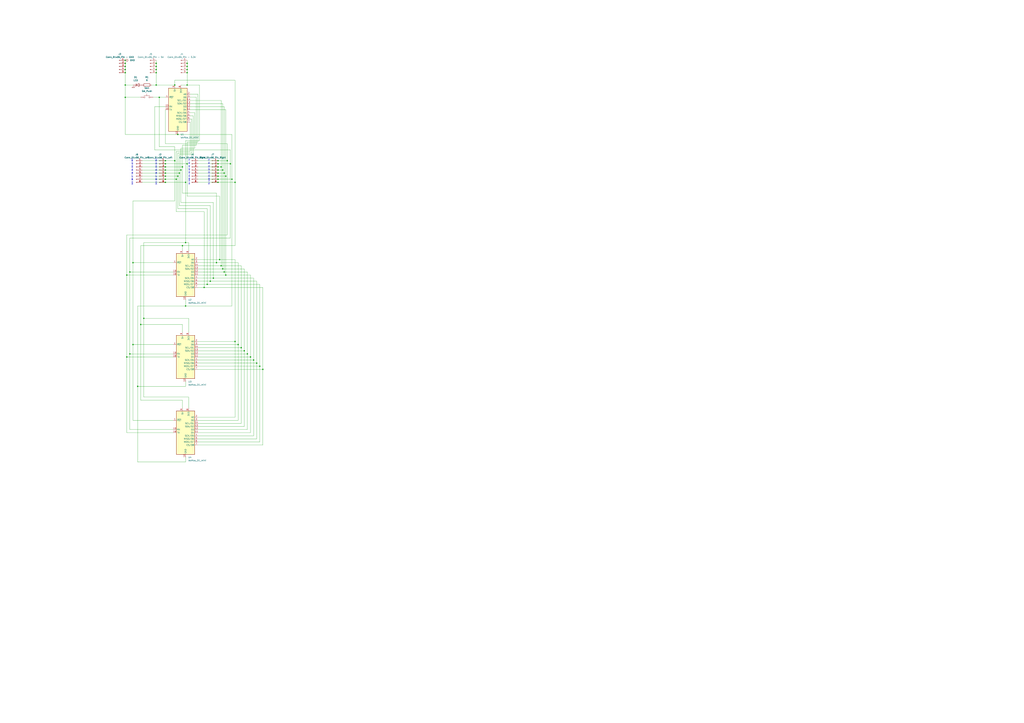
<source format=kicad_sch>
(kicad_sch (version 20231120) (generator "eeschema") (generator_version "8.0")
  (paper "A1")
  (lib_symbols
    (symbol "Connector:Conn_01x05_Pin" (pin_names (offset 1.016) hide)
      (property "Reference" "J" (at 0 7.62 0))
      (property "Value" "Conn_01x05_Pin" (at 0 -7.62 0))
      (symbol "Conn_01x05_Pin_1_1"
        (polyline (pts (xy 1.27 -5.08) (xy 0.8636 -5.08)) (stroke (width 0.1524)))
        (polyline (pts (xy 1.27 -2.54) (xy 0.8636 -2.54)) (stroke (width 0.1524)))
        (polyline (pts (xy 1.27 0) (xy 0.8636 0)) (stroke (width 0.1524)))
        (polyline (pts (xy 1.27 2.54) (xy 0.8636 2.54)) (stroke (width 0.1524)))
        (polyline (pts (xy 1.27 5.08) (xy 0.8636 5.08)) (stroke (width 0.1524)))
        (rectangle (start 0.8636 -4.953) (end 0 -5.207) (stroke (width 0.1524)) (fill (type outline)))
        (rectangle (start 0.8636 -2.413) (end 0 -2.667) (stroke (width 0.1524)) (fill (type outline)))
        (rectangle (start 0.8636 0.127) (end 0 -0.127) (stroke (width 0.1524)) (fill (type outline)))
        (rectangle (start 0.8636 2.667) (end 0 2.413) (stroke (width 0.1524)) (fill (type outline)))
        (rectangle (start 0.8636 5.207) (end 0 4.953) (stroke (width 0.1524)) (fill (type outline)))
        (pin passive line (at 5.08 5.08 180) (length 3.81) (name "Pin_1") (number "1"))
        (pin passive line (at 5.08 2.54 180) (length 3.81) (name "Pin_2") (number "2"))
        (pin passive line (at 5.08 0 180) (length 3.81) (name "Pin_3") (number "3"))
        (pin passive line (at 5.08 -2.54 180) (length 3.81) (name "Pin_4") (number "4"))
        (pin passive line (at 5.08 -5.08 180) (length 3.81) (name "Pin_5") (number "5"))
      )
    )
    (symbol "Connector:Conn_01x08_Pin" (pin_names (offset 1.016) hide)
      (property "Reference" "J" (at 0 10.16 0))
      (property "Value" "Conn_01x08_Pin" (at 0 -12.7 0))
      (symbol "Conn_01x08_Pin_1_1"
        (polyline (pts (xy 1.27 -10.16) (xy 0.8636 -10.16)) (stroke (width 0.1524)))
        (polyline (pts (xy 1.27 -7.62) (xy 0.8636 -7.62)) (stroke (width 0.1524)))
        (polyline (pts (xy 1.27 -5.08) (xy 0.8636 -5.08)) (stroke (width 0.1524)))
        (polyline (pts (xy 1.27 -2.54) (xy 0.8636 -2.54)) (stroke (width 0.1524)))
        (polyline (pts (xy 1.27 0) (xy 0.8636 0)) (stroke (width 0.1524)))
        (polyline (pts (xy 1.27 2.54) (xy 0.8636 2.54)) (stroke (width 0.1524)))
        (polyline (pts (xy 1.27 5.08) (xy 0.8636 5.08)) (stroke (width 0.1524)))
        (polyline (pts (xy 1.27 7.62) (xy 0.8636 7.62)) (stroke (width 0.1524)))
        (rectangle (start 0.8636 -10.033) (end 0 -10.287) (stroke (width 0.1524)) (fill (type outline)))
        (rectangle (start 0.8636 -7.493) (end 0 -7.747) (stroke (width 0.1524)) (fill (type outline)))
        (rectangle (start 0.8636 -4.953) (end 0 -5.207) (stroke (width 0.1524)) (fill (type outline)))
        (rectangle (start 0.8636 -2.413) (end 0 -2.667) (stroke (width 0.1524)) (fill (type outline)))
        (rectangle (start 0.8636 0.127) (end 0 -0.127) (stroke (width 0.1524)) (fill (type outline)))
        (rectangle (start 0.8636 2.667) (end 0 2.413) (stroke (width 0.1524)) (fill (type outline)))
        (rectangle (start 0.8636 5.207) (end 0 4.953) (stroke (width 0.1524)) (fill (type outline)))
        (rectangle (start 0.8636 7.747) (end 0 7.493) (stroke (width 0.1524)) (fill (type outline)))
        (pin passive line (at 5.08 7.62 180) (length 3.81) (name "Pin_1") (number "1"))
        (pin passive line (at 5.08 5.08 180) (length 3.81) (name "Pin_2") (number "2"))
        (pin passive line (at 5.08 2.54 180) (length 3.81) (name "Pin_3") (number "3"))
        (pin passive line (at 5.08 0 180) (length 3.81) (name "Pin_4") (number "4"))
        (pin passive line (at 5.08 -2.54 180) (length 3.81) (name "Pin_5") (number "5"))
        (pin passive line (at 5.08 -5.08 180) (length 3.81) (name "Pin_6") (number "6"))
        (pin passive line (at 5.08 -7.62 180) (length 3.81) (name "Pin_7") (number "7"))
        (pin passive line (at 5.08 -10.16 180) (length 3.81) (name "Pin_8") (number "8"))
      )
    )
    (symbol "Device:LED" (pin_numbers hide) (pin_names (offset 1.016) hide)
      (property "Reference" "D" (at 0 2.54 0))
      (property "Value" "LED" (at 0 -2.54 0))
      (symbol "LED_0_1"
        (polyline (pts (xy -1.27 -1.27) (xy -1.27 1.27)) (stroke (width 0.254)))
        (polyline (pts (xy -1.27 0) (xy 1.27 0)))
        (polyline (pts (xy 1.27 -1.27) (xy 1.27 1.27) (xy -1.27 0) (xy 1.27 -1.27)) (stroke (width 0.254)))
        (polyline (pts (xy -3.048 -0.762) (xy -4.572 -2.286) (xy -3.81 -2.286) (xy -4.572 -2.286) (xy -4.572 -1.524)))
        (polyline (pts (xy -1.778 -0.762) (xy -3.302 -2.286) (xy -2.54 -2.286) (xy -3.302 -2.286) (xy -3.302 -1.524)))
      )
      (symbol "LED_1_1"
        (pin passive line (at -3.81 0 0) (length 2.54) (name "K") (number "1"))
        (pin passive line (at 3.81 0 180) (length 2.54) (name "A") (number "2"))
      )
    )
    (symbol "Device:R" (pin_numbers hide) (pin_names (offset 0))
      (property "Reference" "R" (at 2.032 0 90))
      (property "Value" "R" (at 0 0 90))
      (symbol "R_0_1"
        (rectangle (start -1.016 -2.54) (end 1.016 2.54) (stroke (width 0.254)))
      )
      (symbol "R_1_1"
        (pin passive line (at 0 3.81 270) (length 1.27) (name "~") (number "1"))
        (pin passive line (at 0 -3.81 90) (length 1.27) (name "~") (number "2"))
      )
    )
    (symbol "MCU_Module:WeMos_D1_mini"
      (property "Reference" "U" (at 3.81 19.05 0))
      (property "Value" "WeMos_D1_mini" (at 1.27 -19.05 0))
      (symbol "WeMos_D1_mini_1_1"
        (rectangle (start -7.62 17.78) (end 7.62 -17.78) (stroke (width 0.254)) (fill (type background)))
        (pin input line (at -10.16 10.16 0) (length 2.54) (name "~{RST}") (number "1"))
        (pin power_in line (at 0 -20.32 90) (length 2.54) (name "GND") (number "10"))
        (pin bidirectional line (at 10.16 0 180) (length 2.54) (name "D4") (number "11"))
        (pin bidirectional line (at 10.16 2.54 180) (length 2.54) (name "D3") (number "12"))
        (pin bidirectional line (at 10.16 5.08 180) (length 2.54) (name "SDA/D2") (number "13"))
        (pin bidirectional line (at 10.16 7.62 180) (length 2.54) (name "SCL/D1") (number "14"))
        (pin input line (at -10.16 2.54 0) (length 2.54) (name "RX") (number "15"))
        (pin output line (at -10.16 0 0) (length 2.54) (name "TX") (number "16"))
        (pin input line (at 10.16 12.7 180) (length 2.54) (name "A0") (number "2"))
        (pin bidirectional line (at 10.16 10.16 180) (length 2.54) (name "D0") (number "3"))
        (pin bidirectional line (at 10.16 -2.54 180) (length 2.54) (name "SCK/D5") (number "4"))
        (pin bidirectional line (at 10.16 -5.08 180) (length 2.54) (name "MISO/D6") (number "5"))
        (pin bidirectional line (at 10.16 -7.62 180) (length 2.54) (name "MOSI/D7") (number "6"))
        (pin bidirectional line (at 10.16 -10.16 180) (length 2.54) (name "CS/D8") (number "7"))
        (pin power_out line (at 2.54 20.32 270) (length 2.54) (name "3V3") (number "8"))
        (pin power_in line (at -2.54 20.32 270) (length 2.54) (name "5V") (number "9"))
      )
    )
    (symbol "Switch:SW_Push" (pin_numbers hide) (pin_names (offset 1.016) hide)
      (property "Reference" "SW" (at 1.27 2.54 0))
      (property "Value" "SW_Push" (at 0 -1.524 0))
      (symbol "SW_Push_0_1"
        (circle (center -2.032 0) (radius 0.508))
        (polyline (pts (xy 0 1.27) (xy 0 3.048)))
        (polyline (pts (xy 2.54 1.27) (xy -2.54 1.27)))
        (circle (center 2.032 0) (radius 0.508))
        (pin passive line (at -5.08 0 0) (length 2.54) (name "1") (number "1"))
        (pin passive line (at 5.08 0 180) (length 2.54) (name "2") (number "2"))
      )
    )
    (symbol "power:GND" (power) (pin_numbers hide) (pin_names (offset 0) hide)
      (property "Value" "GND" (at 0 -3.81 0))
      (symbol "GND_0_1"
        (polyline (pts (xy 0 0) (xy 0 -1.27) (xy 1.27 -1.27) (xy 0 -2.54) (xy -1.27 -1.27) (xy 0 -1.27)))
      )
      (symbol "GND_1_1"
        (pin power_in line (at 0 0 270) (length 0) (name "~") (number "1"))
      )
    )
  )
  (junction (at 152.4 149.86))
  (junction (at 179.07 149.86))
  (junction (at 185.42 226.06))
  (junction (at 135.89 139.7))
  (junction (at 102.87 49.53))
  (junction (at 203.2 290.83))
  (junction (at 181.61 137.16))
  (junction (at 104.14 226.06))
  (junction (at 179.07 142.24))
  (junction (at 167.64 236.22))
  (junction (at 181.61 218.44))
  (junction (at 210.82 298.45))
  (junction (at 215.9 303.53))
  (junction (at 179.07 139.7))
  (junction (at 179.07 144.78))
  (junction (at 185.42 144.78))
  (junction (at 153.67 59.69))
  (junction (at 102.87 59.69))
  (junction (at 149.86 201.93))
  (junction (at 146.05 144.78))
  (junction (at 106.68 290.83))
  (junction (at 135.89 149.86))
  (junction (at 118.11 261.62))
  (junction (at 102.87 57.15))
  (junction (at 198.12 285.75))
  (junction (at 190.5 147.32))
  (junction (at 109.22 215.9))
  (junction (at 152.4 251.46))
  (junction (at 135.89 134.62))
  (junction (at 149.86 137.16))
  (junction (at 135.89 147.32))
  (junction (at 205.74 293.37))
  (junction (at 213.36 300.99))
  (junction (at 143.51 132.08))
  (junction (at 153.67 134.62))
  (junction (at 193.04 149.86))
  (junction (at 104.14 293.37))
  (junction (at 177.8 215.9))
  (junction (at 148.59 139.7))
  (junction (at 170.18 233.68))
  (junction (at 186.69 132.08))
  (junction (at 106.68 223.52))
  (junction (at 128.27 59.69))
  (junction (at 113.03 317.5))
  (junction (at 152.4 199.39))
  (junction (at 135.89 144.78))
  (junction (at 102.87 80.01))
  (junction (at 172.72 231.14))
  (junction (at 144.78 147.32))
  (junction (at 135.89 142.24))
  (junction (at 135.89 132.08))
  (junction (at 130.81 80.01))
  (junction (at 147.32 142.24))
  (junction (at 180.34 213.36))
  (junction (at 195.58 283.21))
  (junction (at 109.22 283.21))
  (junction (at 208.28 295.91))
  (junction (at 153.67 69.85))
  (junction (at 182.88 220.98))
  (junction (at 179.07 137.16))
  (junction (at 189.23 134.62))
  (junction (at 128.27 54.61))
  (junction (at 128.27 69.85))
  (junction (at 115.57 266.7))
  (junction (at 153.67 54.61))
  (junction (at 102.87 52.07))
  (junction (at 184.15 223.52))
  (junction (at 102.87 54.61))
  (junction (at 184.15 142.24))
  (junction (at 143.51 69.85))
  (junction (at 193.04 280.67))
  (junction (at 153.67 57.15))
  (junction (at 179.07 134.62))
  (junction (at 175.26 228.6))
  (junction (at 146.05 110.49))
  (junction (at 153.67 52.07))
  (junction (at 128.27 52.07))
  (junction (at 179.07 147.32))
  (junction (at 182.88 139.7))
  (junction (at 102.87 69.85))
  (junction (at 179.07 132.08))
  (junction (at 200.66 288.29))
  (junction (at 128.27 57.15))
  (junction (at 135.89 137.16))
  (wire (pts (xy 142.24 353.06) (xy 106.68 353.06)))
  (wire (pts (xy 153.67 161.29) (xy 153.67 134.62)))
  (wire (pts (xy 130.81 120.65) (xy 143.51 120.65)))
  (wire (pts (xy 153.67 69.85) (xy 148.59 69.85)))
  (wire (pts (xy 184.15 87.63) (xy 184.15 142.24)))
  (wire (pts (xy 106.68 223.52) (xy 142.24 223.52)))
  (wire (pts (xy 102.87 110.49) (xy 102.87 80.01)))
  (wire (pts (xy 158.75 127) (xy 147.32 127)))
  (wire (pts (xy 152.4 199.39) (xy 118.11 199.39)))
  (wire (pts (xy 127 123.19) (xy 189.23 123.19)))
  (wire (pts (xy 162.56 298.45) (xy 210.82 298.45)))
  (wire (pts (xy 172.72 231.14) (xy 172.72 168.91)))
  (wire (pts (xy 153.67 116.84) (xy 153.67 134.62)))
  (wire (pts (xy 162.56 149.86) (xy 179.07 149.86)))
  (wire (pts (xy 102.87 49.53) (xy 102.87 52.07)))
  (wire (pts (xy 181.61 82.55) (xy 181.61 137.16)))
  (wire (pts (xy 113.03 317.5) (xy 152.4 317.5)))
  (wire (pts (xy 115.57 266.7) (xy 149.86 266.7)))
  (wire (pts (xy 148.59 139.7) (xy 148.59 166.37)))
  (wire (pts (xy 157.48 125.73) (xy 146.05 125.73)))
  (wire (pts (xy 148.59 121.92) (xy 148.59 139.7)))
  (wire (pts (xy 106.68 353.06) (xy 106.68 290.83)))
  (wire (pts (xy 213.36 363.22) (xy 162.56 363.22)))
  (wire (pts (xy 116.84 147.32) (xy 135.89 147.32)))
  (wire (pts (xy 143.51 120.65) (xy 143.51 132.08)))
  (wire (pts (xy 193.04 66.04) (xy 193.04 149.86)))
  (wire (pts (xy 205.74 226.06) (xy 205.74 293.37)))
  (wire (pts (xy 181.61 137.16) (xy 179.07 137.16)))
  (wire (pts (xy 177.8 215.9) (xy 195.58 215.9)))
  (wire (pts (xy 156.21 92.71) (xy 160.02 92.71)))
  (wire (pts (xy 109.22 165.1) (xy 109.22 215.9)))
  (wire (pts (xy 184.15 223.52) (xy 203.2 223.52)))
  (wire (pts (xy 149.86 137.16) (xy 135.89 137.16)))
  (wire (pts (xy 198.12 285.75) (xy 198.12 347.98)))
  (wire (pts (xy 148.59 139.7) (xy 135.89 139.7)))
  (wire (pts (xy 190.5 147.32) (xy 190.5 251.46)))
  (wire (pts (xy 190.5 110.49) (xy 190.5 147.32)))
  (wire (pts (xy 213.36 233.68) (xy 213.36 300.99)))
  (wire (pts (xy 210.82 298.45) (xy 210.82 231.14)))
  (wire (pts (xy 156.21 87.63) (xy 184.15 87.63)))
  (wire (pts (xy 152.4 115.57) (xy 152.4 149.86)))
  (wire (pts (xy 177.8 158.75) (xy 149.86 158.75)))
  (wire (pts (xy 181.61 218.44) (xy 198.12 218.44)))
  (wire (pts (xy 125.73 80.01) (xy 130.81 80.01)))
  (wire (pts (xy 180.34 213.36) (xy 193.04 213.36)))
  (wire (pts (xy 193.04 201.93) (xy 149.86 201.93)))
  (wire (pts (xy 104.14 193.04) (xy 104.14 226.06)))
  (wire (pts (xy 144.78 147.32) (xy 135.89 147.32)))
  (wire (pts (xy 162.56 226.06) (xy 185.42 226.06)))
  (wire (pts (xy 167.64 236.22) (xy 167.64 173.99)))
  (wire (pts (xy 162.56 353.06) (xy 203.2 353.06)))
  (wire (pts (xy 147.32 127) (xy 147.32 142.24)))
  (wire (pts (xy 184.15 142.24) (xy 184.15 223.52)))
  (wire (pts (xy 116.84 149.86) (xy 135.89 149.86)))
  (wire (pts (xy 195.58 283.21) (xy 195.58 345.44)))
  (wire (pts (xy 102.87 80.01) (xy 102.87 69.85)))
  (wire (pts (xy 146.05 110.49) (xy 190.5 110.49)))
  (wire (pts (xy 153.67 52.07) (xy 153.67 54.61)))
  (wire (pts (xy 193.04 149.86) (xy 179.07 149.86)))
  (wire (pts (xy 106.68 195.58) (xy 106.68 223.52)))
  (wire (pts (xy 104.14 226.06) (xy 104.14 293.37)))
  (wire (pts (xy 193.04 149.86) (xy 193.04 201.93)))
  (wire (pts (xy 162.56 142.24) (xy 179.07 142.24)))
  (wire (pts (xy 189.23 195.58) (xy 106.68 195.58)))
  (wire (pts (xy 146.05 110.49) (xy 102.87 110.49)))
  (wire (pts (xy 102.87 54.61) (xy 102.87 57.15)))
  (wire (pts (xy 189.23 134.62) (xy 189.23 195.58)))
  (wire (pts (xy 149.86 201.93) (xy 149.86 205.74)))
  (wire (pts (xy 215.9 365.76) (xy 215.9 303.53)))
  (wire (pts (xy 181.61 137.16) (xy 181.61 218.44)))
  (wire (pts (xy 116.84 139.7) (xy 135.89 139.7)))
  (wire (pts (xy 118.11 261.62) (xy 154.94 261.62)))
  (wire (pts (xy 175.26 166.37) (xy 175.26 228.6)))
  (wire (pts (xy 152.4 375.92) (xy 152.4 379.73)))
  (wire (pts (xy 106.68 290.83) (xy 106.68 223.52)))
  (wire (pts (xy 156.21 90.17) (xy 185.42 90.17)))
  (wire (pts (xy 162.56 139.7) (xy 179.07 139.7)))
  (wire (pts (xy 200.66 288.29) (xy 200.66 350.52)))
  (wire (pts (xy 162.56 134.62) (xy 179.07 134.62)))
  (wire (pts (xy 208.28 295.91) (xy 208.28 358.14)))
  (wire (pts (xy 109.22 283.21) (xy 109.22 345.44)))
  (wire (pts (xy 162.56 220.98) (xy 182.88 220.98)))
  (wire (pts (xy 162.56 285.75) (xy 198.12 285.75)))
  (wire (pts (xy 177.8 215.9) (xy 177.8 158.75)))
  (wire (pts (xy 193.04 213.36) (xy 193.04 280.67)))
  (wire (pts (xy 189.23 134.62) (xy 179.07 134.62)))
  (wire (pts (xy 175.26 228.6) (xy 208.28 228.6)))
  (wire (pts (xy 162.56 360.68) (xy 210.82 360.68)))
  (wire (pts (xy 162.56 137.16) (xy 179.07 137.16)))
  (wire (pts (xy 180.34 213.36) (xy 180.34 161.29)))
  (wire (pts (xy 116.84 134.62) (xy 135.89 134.62)))
  (wire (pts (xy 170.18 233.68) (xy 213.36 233.68)))
  (wire (pts (xy 156.21 124.46) (xy 144.78 124.46)))
  (wire (pts (xy 154.94 205.74) (xy 154.94 199.39)))
  (wire (pts (xy 149.86 273.05) (xy 149.86 266.7)))
  (wire (pts (xy 156.21 82.55) (xy 181.61 82.55)))
  (wire (pts (xy 182.88 220.98) (xy 200.66 220.98)))
  (wire (pts (xy 135.89 118.11) (xy 186.69 118.11)))
  (wire (pts (xy 162.56 347.98) (xy 198.12 347.98)))
  (wire (pts (xy 144.78 173.99) (xy 144.78 147.32)))
  (wire (pts (xy 113.03 379.73) (xy 113.03 317.5)))
  (wire (pts (xy 213.36 300.99) (xy 213.36 363.22)))
  (wire (pts (xy 146.05 144.78) (xy 146.05 171.45)))
  (wire (pts (xy 153.67 69.85) (xy 163.83 69.85)))
  (wire (pts (xy 162.56 293.37) (xy 205.74 293.37)))
  (wire (pts (xy 180.34 161.29) (xy 153.67 161.29)))
  (wire (pts (xy 215.9 303.53) (xy 215.9 236.22)))
  (wire (pts (xy 210.82 360.68) (xy 210.82 298.45)))
  (wire (pts (xy 195.58 215.9) (xy 195.58 283.21)))
  (wire (pts (xy 115.57 201.93) (xy 149.86 201.93)))
  (wire (pts (xy 109.22 345.44) (xy 142.24 345.44)))
  (wire (pts (xy 118.11 261.62) (xy 118.11 326.39)))
  (wire (pts (xy 182.88 139.7) (xy 179.07 139.7)))
  (wire (pts (xy 149.86 335.28) (xy 149.86 328.93)))
  (wire (pts (xy 162.56 283.21) (xy 195.58 283.21)))
  (wire (pts (xy 152.4 149.86) (xy 135.89 149.86)))
  (wire (pts (xy 186.69 132.08) (xy 186.69 193.04)))
  (wire (pts (xy 205.74 355.6) (xy 162.56 355.6)))
  (wire (pts (xy 185.42 144.78) (xy 179.07 144.78)))
  (wire (pts (xy 153.67 49.53) (xy 153.67 52.07)))
  (wire (pts (xy 116.84 144.78) (xy 135.89 144.78)))
  (wire (pts (xy 128.27 49.53) (xy 128.27 52.07)))
  (wire (pts (xy 161.29 80.01) (xy 161.29 119.38)))
  (wire (pts (xy 162.56 280.67) (xy 193.04 280.67)))
  (wire (pts (xy 160.02 121.92) (xy 148.59 121.92)))
  (wire (pts (xy 198.12 218.44) (xy 198.12 285.75)))
  (wire (pts (xy 143.51 66.04) (xy 193.04 66.04)))
  (wire (pts (xy 143.51 132.08) (xy 143.51 165.1)))
  (wire (pts (xy 152.4 251.46) (xy 152.4 246.38)))
  (wire (pts (xy 162.56 233.68) (xy 170.18 233.68)))
  (wire (pts (xy 163.83 69.85) (xy 163.83 115.57)))
  (wire (pts (xy 152.4 149.86) (xy 152.4 199.39)))
  (wire (pts (xy 102.87 69.85) (xy 102.87 59.69)))
  (wire (pts (xy 135.89 87.63) (xy 127 87.63)))
  (wire (pts (xy 146.05 125.73) (xy 146.05 144.78)))
  (wire (pts (xy 109.22 215.9) (xy 109.22 283.21)))
  (wire (pts (xy 116.84 132.08) (xy 135.89 132.08)))
  (wire (pts (xy 149.86 119.38) (xy 149.86 137.16)))
  (wire (pts (xy 156.21 97.79) (xy 157.48 97.79)))
  (wire (pts (xy 182.88 85.09) (xy 182.88 139.7)))
  (wire (pts (xy 162.56 228.6) (xy 175.26 228.6)))
  (wire (pts (xy 185.42 144.78) (xy 185.42 226.06)))
  (wire (pts (xy 154.94 273.05) (xy 154.94 261.62)))
  (wire (pts (xy 154.94 326.39) (xy 154.94 335.28)))
  (wire (pts (xy 124.46 69.85) (xy 128.27 69.85)))
  (wire (pts (xy 128.27 54.61) (xy 128.27 57.15)))
  (wire (pts (xy 195.58 345.44) (xy 162.56 345.44)))
  (wire (pts (xy 162.56 223.52) (xy 184.15 223.52)))
  (wire (pts (xy 149.86 137.16) (xy 149.86 158.75)))
  (wire (pts (xy 162.56 218.44) (xy 181.61 218.44)))
  (wire (pts (xy 161.29 119.38) (xy 149.86 119.38)))
  (wire (pts (xy 215.9 236.22) (xy 167.64 236.22)))
  (wire (pts (xy 156.21 85.09) (xy 182.88 85.09)))
  (wire (pts (xy 128.27 52.07) (xy 128.27 54.61)))
  (wire (pts (xy 156.21 80.01) (xy 161.29 80.01)))
  (wire (pts (xy 154.94 199.39) (xy 152.4 199.39)))
  (wire (pts (xy 189.23 123.19) (xy 189.23 134.62)))
  (wire (pts (xy 200.66 350.52) (xy 162.56 350.52)))
  (wire (pts (xy 210.82 231.14) (xy 172.72 231.14)))
  (wire (pts (xy 163.83 115.57) (xy 152.4 115.57)))
  (wire (pts (xy 127 87.63) (xy 127 123.19)))
  (wire (pts (xy 153.67 57.15) (xy 153.67 59.69)))
  (wire (pts (xy 142.24 226.06) (xy 104.14 226.06)))
  (wire (pts (xy 102.87 57.15) (xy 102.87 59.69)))
  (wire (pts (xy 162.56 147.32) (xy 179.07 147.32)))
  (wire (pts (xy 156.21 95.25) (xy 158.75 95.25)))
  (wire (pts (xy 170.18 171.45) (xy 170.18 233.68)))
  (wire (pts (xy 162.56 300.99) (xy 213.36 300.99)))
  (wire (pts (xy 182.88 139.7) (xy 182.88 220.98)))
  (wire (pts (xy 143.51 69.85) (xy 143.51 66.04)))
  (wire (pts (xy 200.66 220.98) (xy 200.66 288.29)))
  (wire (pts (xy 104.14 293.37) (xy 142.24 293.37)))
  (wire (pts (xy 146.05 144.78) (xy 135.89 144.78)))
  (wire (pts (xy 153.67 134.62) (xy 135.89 134.62)))
  (wire (pts (xy 147.32 168.91) (xy 147.32 142.24)))
  (wire (pts (xy 190.5 147.32) (xy 179.07 147.32)))
  (wire (pts (xy 156.21 77.47) (xy 162.56 77.47)))
  (wire (pts (xy 172.72 231.14) (xy 162.56 231.14)))
  (wire (pts (xy 152.4 379.73) (xy 113.03 379.73)))
  (wire (pts (xy 153.67 59.69) (xy 153.67 69.85)))
  (wire (pts (xy 158.75 95.25) (xy 158.75 127)))
  (wire (pts (xy 104.14 355.6) (xy 142.24 355.6)))
  (wire (pts (xy 118.11 326.39) (xy 154.94 326.39)))
  (wire (pts (xy 162.56 116.84) (xy 153.67 116.84)))
  (wire (pts (xy 142.24 215.9) (xy 109.22 215.9)))
  (wire (pts (xy 146.05 171.45) (xy 170.18 171.45)))
  (wire (pts (xy 167.64 173.99) (xy 144.78 173.99)))
  (wire (pts (xy 162.56 303.53) (xy 215.9 303.53)))
  (wire (pts (xy 128.27 57.15) (xy 128.27 59.69)))
  (wire (pts (xy 162.56 365.76) (xy 215.9 365.76)))
  (wire (pts (xy 156.21 100.33) (xy 156.21 124.46)))
  (wire (pts (xy 118.11 199.39) (xy 118.11 261.62)))
  (wire (pts (xy 115.57 328.93) (xy 115.57 266.7)))
  (wire (pts (xy 128.27 59.69) (xy 128.27 69.85)))
  (wire (pts (xy 113.03 317.5) (xy 113.03 251.46)))
  (wire (pts (xy 113.03 251.46) (xy 152.4 251.46)))
  (wire (pts (xy 144.78 124.46) (xy 144.78 147.32)))
  (wire (pts (xy 208.28 228.6) (xy 208.28 295.91)))
  (wire (pts (xy 149.86 328.93) (xy 115.57 328.93)))
  (wire (pts (xy 162.56 213.36) (xy 180.34 213.36)))
  (wire (pts (xy 203.2 290.83) (xy 203.2 353.06)))
  (wire (pts (xy 115.57 266.7) (xy 115.57 201.93)))
  (wire (pts (xy 185.42 90.17) (xy 185.42 144.78)))
  (wire (pts (xy 102.87 80.01) (xy 115.57 80.01)))
  (wire (pts (xy 162.56 77.47) (xy 162.56 116.84)))
  (wire (pts (xy 162.56 295.91) (xy 208.28 295.91)))
  (wire (pts (xy 162.56 144.78) (xy 179.07 144.78)))
  (wire (pts (xy 172.72 168.91) (xy 147.32 168.91)))
  (wire (pts (xy 203.2 223.52) (xy 203.2 290.83)))
  (wire (pts (xy 102.87 69.85) (xy 109.22 69.85)))
  (wire (pts (xy 130.81 80.01) (xy 130.81 120.65)))
  (wire (pts (xy 193.04 280.67) (xy 193.04 342.9)))
  (wire (pts (xy 167.64 236.22) (xy 162.56 236.22)))
  (wire (pts (xy 162.56 290.83) (xy 203.2 290.83)))
  (wire (pts (xy 128.27 69.85) (xy 143.51 69.85)))
  (wire (pts (xy 184.15 142.24) (xy 179.07 142.24)))
  (wire (pts (xy 135.89 90.17) (xy 135.89 118.11)))
  (wire (pts (xy 186.69 132.08) (xy 179.07 132.08)))
  (wire (pts (xy 162.56 215.9) (xy 177.8 215.9)))
  (wire (pts (xy 162.56 288.29) (xy 200.66 288.29)))
  (wire (pts (xy 147.32 142.24) (xy 135.89 142.24)))
  (wire (pts (xy 186.69 118.11) (xy 186.69 132.08)))
  (wire (pts (xy 143.51 165.1) (xy 109.22 165.1)))
  (wire (pts (xy 104.14 293.37) (xy 104.14 355.6)))
  (wire (pts (xy 102.87 52.07) (xy 102.87 54.61)))
  (wire (pts (xy 152.4 313.69) (xy 152.4 317.5)))
  (wire (pts (xy 185.42 226.06) (xy 205.74 226.06)))
  (wire (pts (xy 116.84 142.24) (xy 135.89 142.24)))
  (wire (pts (xy 157.48 97.79) (xy 157.48 125.73)))
  (wire (pts (xy 106.68 290.83) (xy 142.24 290.83)))
  (wire (pts (xy 190.5 251.46) (xy 152.4 251.46)))
  (wire (pts (xy 186.69 193.04) (xy 104.14 193.04)))
  (wire (pts (xy 116.84 137.16) (xy 135.89 137.16)))
  (wire (pts (xy 148.59 166.37) (xy 175.26 166.37)))
  (wire (pts (xy 193.04 342.9) (xy 162.56 342.9)))
  (wire (pts (xy 162.56 132.08) (xy 179.07 132.08)))
  (wire (pts (xy 162.56 358.14) (xy 208.28 358.14)))
  (wire (pts (xy 160.02 92.71) (xy 160.02 121.92)))
  (wire (pts (xy 135.89 80.01) (xy 130.81 80.01)))
  (wire (pts (xy 205.74 293.37) (xy 205.74 355.6)))
  (wire (pts (xy 109.22 283.21) (xy 142.24 283.21)))
  (wire (pts (xy 153.67 54.61) (xy 153.67 57.15)))
  (wire (pts (xy 143.51 132.08) (xy 135.89 132.08)))
  (text "5V GND D4 D3 D2 D1 RX TX" (at 171.704 141.224 90) (effects (font (size 0.9652 0.9652))))
  (text "3V3 D8 D7 D6 D5 D0 A0 RST\n" (at 108.712 141.224 90) (effects (font (size 0.9652 0.9652))))
  (text "3V3 D8 D7 D6 D5 D0 A0 RST\n" (at 128.27 141.224 90) (effects (font (size 0.9652 0.9652))))
  (text "5V GND D4 D3 D2 D1 RX TX" (at 155.448 141.224 90) (effects (font (size 0.9652 0.9652))))
  (symbol (lib_id "Connector:Conn_01x05_Pin") (at 148.59 54.61 0) (unit 1)
    (property "Reference" "J4" (at 149.225 44.45 0))
    (property "Value" "Conn_01x05_Pin - 3.3V" (at 149.225 46.99 0))
    (property "Footprint" "Connector_PinSocket_2.54mm:PinSocket_1x05_P2.54mm_Vertical" (effects (hide yes)))
    (property "Description" "Generic connector, single row, 01x05, script generated" (effects (hide yes)))
  )
  (symbol (lib_id "MCU_Module:WeMos_D1_mini") (at 152.4 355.6 0) (unit 1)
    (property "Reference" "U4" (at 154.5941 375.92 0) (effects (justify left)))
    (property "Value" "WeMos_D1_mini" (at 154.5941 378.46 0) (effects (justify left)))
    (property "Footprint" "Module:WEMOS_D1_mini_light" (effects (hide yes)))
    (property "Datasheet" "https://wiki.wemos.cc/products:d1:d1_mini#documentation" (effects (hide yes)))
    (property "Description" "32-bit microcontroller module with WiFi" (effects (hide yes)))
  )
  (symbol (lib_id "Switch:SW_Push") (at 120.65 80.01 0) (unit 1)
    (property "Reference" "SW1" (at 120.65 72.39 0))
    (property "Value" "SW_Push" (at 120.65 74.93 0))
    (property "Footprint" "Button_Switch_THT:SW_PUSH_6mm_H5mm" (effects (hide yes)))
    (property "Description" "Push button switch, generic, two pins" (effects (hide yes)))
  )
  (symbol (lib_id "Connector:Conn_01x08_Pin") (at 173.99 139.7 0) (unit 1)
    (property "Reference" "J7" (at 174.625 127 0))
    (property "Value" "Conn_01x08_Pin_Right" (at 174.625 129.54 0))
    (property "Footprint" "TerminalBlock_RND:TerminalBlock_RND_205-00018_1x08_P5.00mm_Horizontal" (effects (hide yes)))
    (property "Description" "Generic connector, single row, 01x08, script generated" (effects (hide yes)))
  )
  (symbol (lib_id "MCU_Module:WeMos_D1_mini") (at 152.4 226.06 0) (unit 1)
    (property "Reference" "U2" (at 154.5941 246.38 0) (effects (justify left)))
    (property "Value" "WeMos_D1_mini" (at 154.5941 248.92 0) (effects (justify left)))
    (property "Footprint" "Module:WEMOS_D1_mini_light" (effects (hide yes)))
    (property "Datasheet" "https://wiki.wemos.cc/products:d1:d1_mini#documentation" (effects (hide yes)))
    (property "Description" "32-bit microcontroller module with WiFi" (effects (hide yes)))
  )
  (symbol (lib_id "MCU_Module:WeMos_D1_mini") (at 146.05 90.17 0) (unit 1)
    (property "Reference" "U1" (at 148.2441 110.49 0) (effects (justify left)))
    (property "Value" "WeMos_D1_mini" (at 148.2441 113.03 0) (effects (justify left)))
    (property "Footprint" "Module:WEMOS_D1_mini_light" (effects (hide yes)))
    (property "Datasheet" "https://wiki.wemos.cc/products:d1:d1_mini#documentation" (effects (hide yes)))
    (property "Description" "32-bit microcontroller module with WiFi" (effects (hide yes)))
  )
  (symbol (lib_id "Device:R") (at 120.65 69.85 90) (unit 1)
    (property "Reference" "R1" (at 120.65 63.5 90))
    (property "Value" "R" (at 120.65 66.04 90))
    (property "Footprint" "Resistor_THT:R_Axial_DIN0207_L6.3mm_D2.5mm_P7.62mm_Horizontal" (effects (hide yes)))
    (property "Description" "Resistor" (effects (hide yes)))
  )
  (symbol (lib_id "Connector:Conn_01x05_Pin") (at 97.79 54.61 0) (unit 1)
    (property "Reference" "J3" (at 98.425 44.45 0))
    (property "Value" "Conn_01x05_Pin - GND" (at 98.425 46.99 0))
    (property "Footprint" "Connector_PinSocket_2.54mm:PinSocket_1x05_P2.54mm_Vertical" (effects (hide yes)))
    (property "Description" "Generic connector, single row, 01x05, script generated" (effects (hide yes)))
  )
  (symbol (lib_id "Device:LED") (at 113.03 69.85 0) (unit 1)
    (property "Reference" "D1" (at 111.4425 63.5 0))
    (property "Value" "LED" (at 111.4425 66.04 0))
    (property "Footprint" "LED_THT:LED_D3.0mm" (effects (hide yes)))
    (property "Description" "Light emitting diode" (effects (hide yes)))
  )
  (symbol (lib_id "Connector:Conn_01x08_Pin") (at 157.48 139.7 0) (unit 1)
    (property "Reference" "J1" (at 158.115 127 0))
    (property "Value" "Conn_01x08_Pin_Right" (at 158.115 129.54 0))
    (property "Footprint" "Connector_PinHeader_2.54mm:PinHeader_1x08_P2.54mm_Vertical" (effects (hide yes)))
    (property "Description" "Generic connector, single row, 01x08, script generated" (effects (hide yes)))
  )
  (symbol (lib_id "power:GND") (at 102.87 49.53 90) (unit 1)
    (property "Reference" "#PWR01" (effects (hide yes)))
    (property "Value" "GND" (at 106.68 49.5299 90) (effects (justify right)))
    (property "Description" "Power symbol creates a global label with name \"GND\" , ground" (effects (hide yes)))
  )
  (symbol (lib_id "Connector:Conn_01x08_Pin") (at 130.81 139.7 0) (unit 1)
    (property "Reference" "J2" (at 131.445 127 0))
    (property "Value" "Conn_01x08_Pin_Left" (at 131.445 129.54 0))
    (property "Footprint" "Connector_PinHeader_2.54mm:PinHeader_1x08_P2.54mm_Vertical" (effects (hide yes)))
    (property "Description" "Generic connector, single row, 01x08, script generated" (effects (hide yes)))
  )
  (symbol (lib_id "Connector:Conn_01x08_Pin") (at 111.76 139.7 0) (unit 1)
    (property "Reference" "J6" (at 112.395 127 0))
    (property "Value" "Conn_01x08_Pin_Left" (at 112.395 129.54 0))
    (property "Footprint" "TerminalBlock_RND:TerminalBlock_RND_205-00018_1x08_P5.00mm_Horizontal" (effects (hide yes)))
    (property "Description" "Generic connector, single row, 01x08, script generated" (effects (hide yes)))
  )
  (symbol (lib_id "Connector:Conn_01x05_Pin") (at 123.19 54.61 0) (unit 1)
    (property "Reference" "J5" (at 123.825 44.45 0))
    (property "Value" "Conn_01x05_Pin - 5V" (at 123.825 46.99 0))
    (property "Footprint" "Connector_PinSocket_2.54mm:PinSocket_1x05_P2.54mm_Vertical" (effects (hide yes)))
    (property "Description" "Generic connector, single row, 01x05, script generated" (effects (hide yes)))
  )
  (symbol (lib_id "MCU_Module:WeMos_D1_mini") (at 152.4 293.37 0) (unit 1)
    (property "Reference" "U3" (at 154.5941 313.69 0) (effects (justify left)))
    (property "Value" "WeMos_D1_mini" (at 154.5941 316.23 0) (effects (justify left)))
    (property "Footprint" "Module:WEMOS_D1_mini_light" (effects (hide yes)))
    (property "Datasheet" "https://wiki.wemos.cc/products:d1:d1_mini#documentation" (effects (hide yes)))
    (property "Description" "32-bit microcontroller module with WiFi" (effects (hide yes)))
  )
)
</source>
